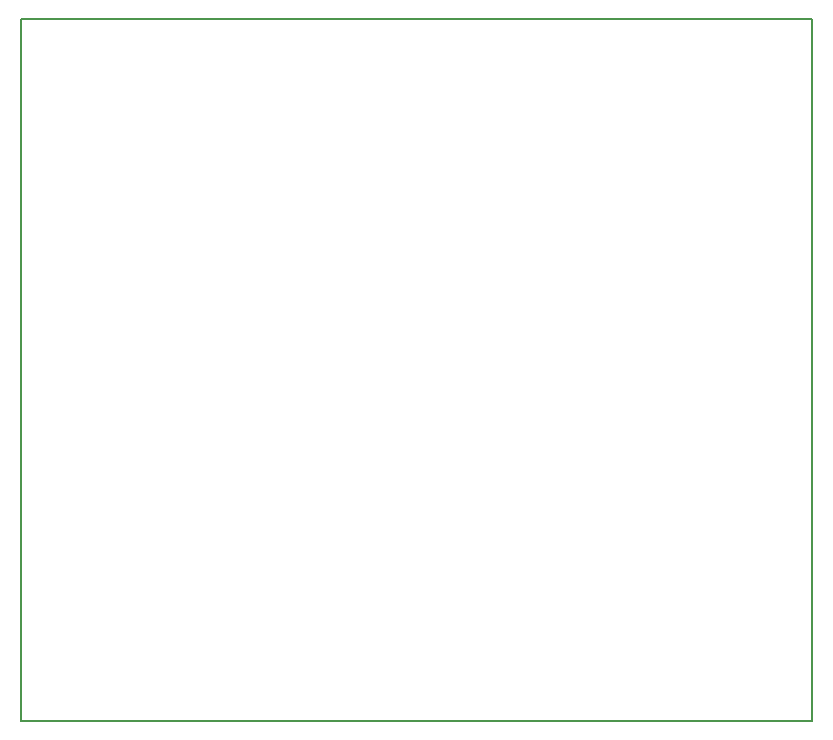
<source format=gbr>
G04 #@! TF.GenerationSoftware,KiCad,Pcbnew,(5.0.1-dev-70-gb7b125d83)*
G04 #@! TF.CreationDate,2019-03-15T19:26:30+01:00*
G04 #@! TF.ProjectId,ATX-breakout,4154582D627265616B6F75742E6B6963,rev?*
G04 #@! TF.SameCoordinates,Original*
G04 #@! TF.FileFunction,Profile,NP*
%FSLAX46Y46*%
G04 Gerber Fmt 4.6, Leading zero omitted, Abs format (unit mm)*
G04 Created by KiCad (PCBNEW (5.0.1-dev-70-gb7b125d83)) date 03/15/19 19:26:30*
%MOMM*%
%LPD*%
G01*
G04 APERTURE LIST*
%ADD10C,0.150000*%
G04 APERTURE END LIST*
D10*
X55000000Y-40500000D02*
X55000000Y-100000000D01*
X122000000Y-40500000D02*
X55000000Y-40500000D01*
X122000000Y-100000000D02*
X122000000Y-40500000D01*
X55000000Y-100000000D02*
X122000000Y-100000000D01*
M02*

</source>
